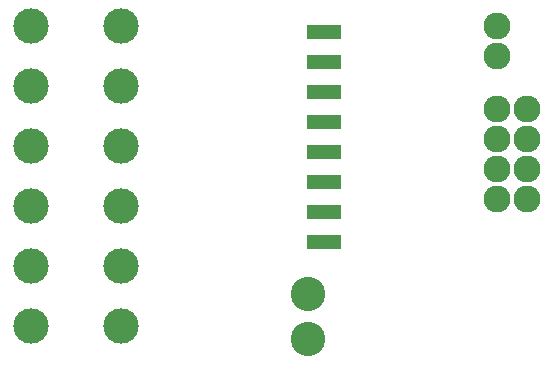
<source format=gbs>
G04 project-name*
%FSLAX35Y35*%
%MOMM*%
G04 c5.a(1)*
%LPD*%
%ADD10C,3*%
D10*
X-5713150Y20000000D02*
D03*

G04 c5.b(3)*
%LPD*%
D10*
X-5713150Y19492000D02*
D03*

G04 c5.c(5)*
%LPD*%
D10*
X-5713150Y18984000D02*
D03*

G04 c5.d(7)*
%LPD*%
D10*
X-5713150Y18476000D02*
D03*

G04 c5.e(9)*
%LPD*%
D10*
X-5713150Y17968000D02*
D03*

G04 c5.f(11)*
%LPD*%
D10*
X-5713150Y17460000D02*
D03*

G04 c5.a(2)*
%LPD*%
D10*
X-4951150Y20000000D02*
D03*

G04 c5.b(4)*
%LPD*%
D10*
X-4951150Y19492000D02*
D03*

G04 c5.c(6)*
%LPD*%
D10*
X-4951150Y18984000D02*
D03*

G04 c5.d(8)*
%LPD*%
D10*
X-4951150Y18476000D02*
D03*

G04 c5.e(10)*
%LPD*%
D10*
X-4951150Y17968000D02*
D03*

G04 c5.f(12)*
%LPD*%
D10*
X-4951150Y17460000D02*
D03*

G04 c4.1(1)*
%LPD*%
%ADD11C,2.92*%
D11*
X-3368233Y17729816D02*
D03*

G04 c4.2(2)*
%LPD*%
D11*
X-3368233Y17348816D02*
D03*

G04 c3.1(1)*
%LPD*%
%ADD12R,2.994X1.216*%
D12*
X-3228533Y19949200D02*
D03*

G04 c3.2(2)*
%LPD*%
D12*
X-3228533Y19695200D02*
D03*

G04 c3.3(3)*
%LPD*%
D12*
X-3228533Y19441200D02*
D03*

G04 c3.4(4)*
%LPD*%
D12*
X-3228533Y19187200D02*
D03*

G04 c3.5(5)*
%LPD*%
D12*
X-3228533Y18933200D02*
D03*

G04 c3.6(6)*
%LPD*%
D12*
X-3228533Y18679200D02*
D03*

G04 c3.7(7)*
%LPD*%
D12*
X-3228533Y18425200D02*
D03*

G04 c3.8(8)*
%LPD*%
D12*
X-3228533Y18171200D02*
D03*

G04 c2.1(1)*
%LPD*%
%ADD13C,2.29*%
D13*
X-1765916Y19292416D02*
D03*

G04 c2.3(3)*
%LPD*%
D13*
X-1765916Y19038416D02*
D03*

G04 c2.5(5)*
%LPD*%
D13*
X-1765916Y18784416D02*
D03*

G04 c2.7(7)*
%LPD*%
D13*
X-1765916Y18530416D02*
D03*

G04 c2.2(2)*
%LPD*%
D13*
X-1511916Y19292416D02*
D03*

G04 c2.4(4)*
%LPD*%
D13*
X-1511916Y19038416D02*
D03*

G04 c2.6(6)*
%LPD*%
D13*
X-1511916Y18784416D02*
D03*

G04 c2.8(8)*
%LPD*%
D13*
X-1511916Y18530416D02*
D03*

G04 c1.1(1)*
%LPD*%
D13*
X-1765916Y20000000D02*
D03*

G04 c1.2(2)*
%LPD*%
D13*
X-1765916Y19746000D02*
D03*

M02*
</source>
